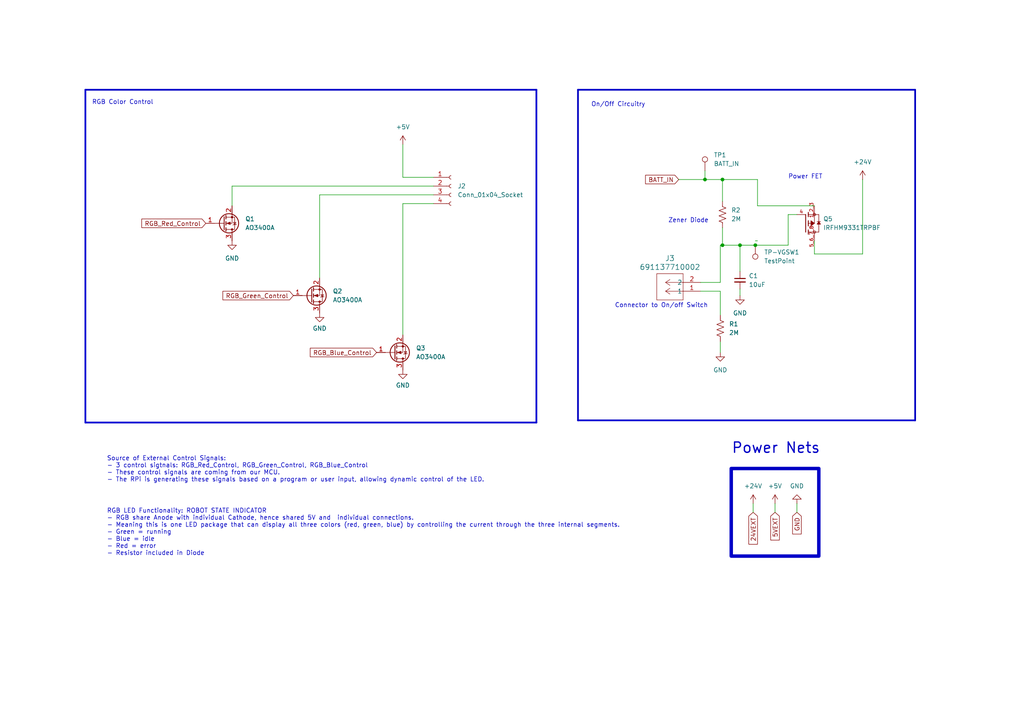
<source format=kicad_sch>
(kicad_sch (version 20231120) (generator "eeschema") (generator_version "8.0")
  (paper "A4")
  (lib_symbols
    (symbol "691137710002-2CONN:691137710002" (pin_names (offset 0.254))
      (property "Reference" "J" (at 8.89 6.35 0))
      (property "Value" "691137710002" (at 0 0 0))
      (symbol "691137710002_1_1"
        (polyline (pts (xy 5.08 -5.08) (xy 12.7 -5.08)) (stroke (width 0.127)))
        (polyline (pts (xy 5.08 2.54) (xy 5.08 -5.08)) (stroke (width 0.127)))
        (polyline (pts (xy 10.16 -2.54) (xy 5.08 -2.54)) (stroke (width 0.127)))
        (polyline (pts (xy 10.16 -2.54) (xy 8.89 -3.3867)) (stroke (width 0.127)))
        (polyline (pts (xy 10.16 -2.54) (xy 8.89 -1.6933)) (stroke (width 0.127)))
        (polyline (pts (xy 10.16 0) (xy 5.08 0)) (stroke (width 0.127)))
        (polyline (pts (xy 10.16 0) (xy 8.89 -0.8467)) (stroke (width 0.127)))
        (polyline (pts (xy 10.16 0) (xy 8.89 0.8467)) (stroke (width 0.127)))
        (polyline (pts (xy 12.7 -5.08) (xy 12.7 2.54)) (stroke (width 0.127)))
        (polyline (pts (xy 12.7 2.54) (xy 5.08 2.54)) (stroke (width 0.127)))
        (pin unspecified line (at 0 0 0) (length 5.08) (name "1") (number "1"))
        (pin unspecified line (at 0 -2.54 0) (length 5.08) (name "2") (number "2"))
      )
    )
    (symbol "Connector:Conn_01x04_Socket" (pin_names (offset 1.016) hide)
      (property "Reference" "J" (at 0 5.08 0))
      (property "Value" "Conn_01x04_Socket" (at 0 -7.62 0))
      (symbol "Conn_01x04_Socket_1_1"
        (arc (start 0 -4.572) (mid -0.5058 -5.08) (end 0 -5.588) (stroke (width 0.1524)))
        (arc (start 0 -2.032) (mid -0.5058 -2.54) (end 0 -3.048) (stroke (width 0.1524)))
        (polyline (pts (xy -1.27 -5.08) (xy -0.508 -5.08)) (stroke (width 0.1524)))
        (polyline (pts (xy -1.27 -2.54) (xy -0.508 -2.54)) (stroke (width 0.1524)))
        (polyline (pts (xy -1.27 0) (xy -0.508 0)) (stroke (width 0.1524)))
        (polyline (pts (xy -1.27 2.54) (xy -0.508 2.54)) (stroke (width 0.1524)))
        (arc (start 0 0.508) (mid -0.5058 0) (end 0 -0.508) (stroke (width 0.1524)))
        (arc (start 0 3.048) (mid -0.5058 2.54) (end 0 2.032) (stroke (width 0.1524)))
        (pin passive line (at -5.08 2.54 0) (length 3.81) (name "Pin_1") (number "1"))
        (pin passive line (at -5.08 0 0) (length 3.81) (name "Pin_2") (number "2"))
        (pin passive line (at -5.08 -2.54 0) (length 3.81) (name "Pin_3") (number "3"))
        (pin passive line (at -5.08 -5.08 0) (length 3.81) (name "Pin_4") (number "4"))
      )
    )
    (symbol "Connector:TestPoint" (pin_numbers hide) (pin_names (offset 0.762) hide)
      (property "Reference" "TP" (at 0 6.858 0))
      (property "Value" "TestPoint" (at 0 5.08 0))
      (symbol "TestPoint_0_1"
        (circle (center 0 3.302) (radius 0.762))
      )
      (symbol "TestPoint_1_1"
        (pin passive line (at 0 0 90) (length 2.54) (name "1") (number "1"))
      )
    )
    (symbol "Device:C_Small" (pin_numbers hide) (pin_names (offset 0.254) hide)
      (property "Reference" "C" (at 0.254 1.778 0))
      (property "Value" "C_Small" (at 0.254 -2.032 0))
      (symbol "C_Small_0_1"
        (polyline (pts (xy -1.524 -0.508) (xy 1.524 -0.508)) (stroke (width 0.3302)))
        (polyline (pts (xy -1.524 0.508) (xy 1.524 0.508)) (stroke (width 0.3048)))
      )
      (symbol "C_Small_1_1"
        (pin passive line (at 0 2.54 270) (length 2.032) (name "~") (number "1"))
        (pin passive line (at 0 -2.54 90) (length 2.032) (name "~") (number "2"))
      )
    )
    (symbol "Device:R_US" (pin_numbers hide) (pin_names (offset 0))
      (property "Reference" "R" (at 2.54 0 90))
      (property "Value" "R_US" (at -2.54 0 90))
      (symbol "R_US_0_1"
        (polyline (pts (xy 0 -2.286) (xy 0 -2.54)))
        (polyline (pts (xy 0 2.286) (xy 0 2.54)))
        (polyline (pts (xy 0 -0.762) (xy 1.016 -1.143) (xy 0 -1.524) (xy -1.016 -1.905) (xy 0 -2.286)))
        (polyline (pts (xy 0 0.762) (xy 1.016 0.381) (xy 0 0) (xy -1.016 -0.381) (xy 0 -0.762)))
        (polyline (pts (xy 0 2.286) (xy 1.016 1.905) (xy 0 1.524) (xy -1.016 1.143) (xy 0 0.762)))
      )
      (symbol "R_US_1_1"
        (pin passive line (at 0 3.81 270) (length 1.27) (name "~") (number "1"))
        (pin passive line (at 0 -3.81 90) (length 1.27) (name "~") (number "2"))
      )
    )
    (symbol "PowerFET:IRFHM9331TRPBF" (pin_names (offset 1.016))
      (property "Reference" "Q" (at -8.89 3.81 0))
      (property "Value" "IRFHM9331TRPBF" (at -8.89 -6.35 0))
      (symbol "IRFHM9331TRPBF_0_0"
        (polyline (pts (xy 0 -2.54) (xy 0 2.54)) (stroke (width 0.254)))
        (polyline (pts (xy 0.762 -3.175) (xy 0.762 -2.54)) (stroke (width 0.254)))
        (polyline (pts (xy 0.762 -2.54) (xy 0.762 -1.905)) (stroke (width 0.254)))
        (polyline (pts (xy 0.762 -2.54) (xy 3.81 -2.54)) (stroke (width 0.1524)))
        (polyline (pts (xy 0.762 -0.762) (xy 0.762 0)) (stroke (width 0.254)))
        (polyline (pts (xy 0.762 0) (xy 0.762 0.762)) (stroke (width 0.254)))
        (polyline (pts (xy 0.762 0) (xy 2.54 0)) (stroke (width 0.1524)))
        (polyline (pts (xy 0.762 1.905) (xy 0.762 2.54)) (stroke (width 0.254)))
        (polyline (pts (xy 0.762 2.54) (xy 0.762 3.175)) (stroke (width 0.254)))
        (polyline (pts (xy 2.54 0) (xy 2.54 2.54)) (stroke (width 0.1524)))
        (polyline (pts (xy 2.54 2.54) (xy 0.762 2.54)) (stroke (width 0.1524)))
        (polyline (pts (xy 2.54 2.54) (xy 3.81 2.54)) (stroke (width 0.1524)))
        (polyline (pts (xy 3.302 0.508) (xy 3.81 0.508)) (stroke (width 0.1524)))
        (polyline (pts (xy 3.81 -2.54) (xy 3.81 0.508)) (stroke (width 0.1524)))
        (polyline (pts (xy 3.81 0.508) (xy 3.81 2.54)) (stroke (width 0.1524)))
        (polyline (pts (xy 3.81 0.508) (xy 4.318 0.508)) (stroke (width 0.1524)))
        (polyline (pts (xy 2.54 0) (xy 1.524 0.762) (xy 1.524 -0.762) (xy 2.54 0)) (stroke (width 0.1524)) (fill (type outline)))
        (polyline (pts (xy 3.81 0.508) (xy 4.318 -0.254) (xy 3.302 -0.254) (xy 3.81 0.508)) (stroke (width 0.1524)) (fill (type outline)))
        (circle (center 2.54 -2.54) (radius 0.3592))
        (circle (center 2.54 2.54) (radius 0.3592))
        (pin passive line (at 2.54 5.08 270) (length 2.54) (name "~") (number "1_2_3"))
        (pin passive line (at -2.54 2.54 0) (length 2.54) (name "~") (number "4"))
        (pin passive line (at 2.54 -5.08 90) (length 2.54) (name "~") (number "5_6_7_8"))
      )
    )
    (symbol "Transistor_FET:AO3400A" (pin_names hide)
      (property "Reference" "Q" (at 5.08 1.905 0))
      (property "Value" "AO3400A" (at 5.08 0 0))
      (symbol "AO3400A_0_1"
        (polyline (pts (xy 0.254 0) (xy -2.54 0)))
        (polyline (pts (xy 0.254 1.905) (xy 0.254 -1.905)) (stroke (width 0.254)))
        (polyline (pts (xy 0.762 -1.27) (xy 0.762 -2.286)) (stroke (width 0.254)))
        (polyline (pts (xy 0.762 0.508) (xy 0.762 -0.508)) (stroke (width 0.254)))
        (polyline (pts (xy 0.762 2.286) (xy 0.762 1.27)) (stroke (width 0.254)))
        (polyline (pts (xy 2.54 2.54) (xy 2.54 1.778)))
        (polyline (pts (xy 2.54 -2.54) (xy 2.54 0) (xy 0.762 0)))
        (polyline (pts (xy 0.762 -1.778) (xy 3.302 -1.778) (xy 3.302 1.778) (xy 0.762 1.778)))
        (polyline (pts (xy 1.016 0) (xy 2.032 0.381) (xy 2.032 -0.381) (xy 1.016 0)) (fill (type outline)))
        (polyline (pts (xy 2.794 0.508) (xy 2.921 0.381) (xy 3.683 0.381) (xy 3.81 0.254)))
        (polyline (pts (xy 3.302 0.381) (xy 2.921 -0.254) (xy 3.683 -0.254) (xy 3.302 0.381)))
        (circle (center 1.651 0) (radius 2.794) (stroke (width 0.254)))
        (circle (center 2.54 -1.778) (radius 0.254) (fill (type outline)))
        (circle (center 2.54 1.778) (radius 0.254) (fill (type outline)))
      )
      (symbol "AO3400A_1_1"
        (pin input line (at -5.08 0 0) (length 2.54) (name "G") (number "1"))
        (pin passive line (at 2.54 -5.08 90) (length 2.54) (name "S") (number "2"))
        (pin passive line (at 2.54 5.08 270) (length 2.54) (name "D") (number "3"))
      )
    )
    (symbol "power:+24V" (power) (pin_numbers hide) (pin_names (offset 0) hide)
      (property "Value" "+24V" (at 0 3.556 0))
      (symbol "+24V_0_1"
        (polyline (pts (xy -0.762 1.27) (xy 0 2.54)))
        (polyline (pts (xy 0 0) (xy 0 2.54)))
        (polyline (pts (xy 0 2.54) (xy 0.762 1.27)))
      )
      (symbol "+24V_1_1"
        (pin power_in line (at 0 0 90) (length 0) (name "~") (number "1"))
      )
    )
    (symbol "power:+5V" (power) (pin_names (offset 0))
      (property "Value" "+5V" (at 0 3.556 0))
      (symbol "+5V_0_1"
        (polyline (pts (xy -0.762 1.27) (xy 0 2.54)))
        (polyline (pts (xy 0 0) (xy 0 2.54)))
        (polyline (pts (xy 0 2.54) (xy 0.762 1.27)))
      )
      (symbol "+5V_1_1"
        (pin power_in line (at 0 0 90) (length 0) hide (name "+5V") (number "1"))
      )
    )
    (symbol "power:GND" (power) (pin_names (offset 0))
      (property "Value" "GND" (at 0 -3.81 0))
      (symbol "GND_0_1"
        (polyline (pts (xy 0 0) (xy 0 -1.27) (xy 1.27 -1.27) (xy 0 -2.54) (xy -1.27 -1.27) (xy 0 -1.27)))
      )
      (symbol "GND_1_1"
        (pin power_in line (at 0 0 270) (length 0) hide (name "GND") (number "1"))
      )
    )
  )
  (junction (at 219.075 71.12))
  (junction (at 214.63 71.12))
  (junction (at 209.55 52.07))
  (junction (at 204.47 52.07))
  (junction (at 209.55 71.12))
  (wire (pts (xy 219.71 59.69) (xy 219.71 52.07)))
  (wire (pts (xy 208.915 102.235) (xy 208.915 99.06)))
  (wire (pts (xy 209.55 52.07) (xy 219.71 52.07)))
  (wire (pts (xy 209.55 66.04) (xy 209.55 71.12)))
  (polyline (pts (xy 167.64 26.035) (xy 265.43 26.035)) (stroke (width 0.5)))
  (wire (pts (xy 203.2 81.915) (xy 208.915 81.915)))
  (wire (pts (xy 116.84 41.91) (xy 116.84 51.435)))
  (wire (pts (xy 208.915 71.12) (xy 209.55 71.12)))
  (polyline (pts (xy 24.765 26.035) (xy 24.765 122.555)) (stroke (width 0.5)))
  (wire (pts (xy 196.85 52.07) (xy 204.47 52.07)))
  (wire (pts (xy 219.075 71.12) (xy 228.6 71.12)))
  (wire (pts (xy 214.63 71.12) (xy 219.075 71.12)))
  (wire (pts (xy 208.915 71.12) (xy 208.915 81.915)))
  (polyline (pts (xy 24.765 26.035) (xy 155.575 26.035)) (stroke (width 0.5)))
  (wire (pts (xy 92.71 80.645) (xy 92.71 56.515)))
  (wire (pts (xy 116.84 59.055) (xy 125.73 59.055)))
  (wire (pts (xy 209.55 71.12) (xy 214.63 71.12)))
  (polyline (pts (xy 155.575 122.555) (xy 155.575 26.035)) (stroke (width 0.5)))
  (wire (pts (xy 218.44 146.05) (xy 218.44 148.59)))
  (wire (pts (xy 208.915 84.455) (xy 208.915 91.44)))
  (polyline (pts (xy 265.43 121.92) (xy 265.43 26.035)) (stroke (width 0.5)))
  (wire (pts (xy 214.63 83.82) (xy 214.63 85.725)))
  (wire (pts (xy 209.55 52.07) (xy 209.55 58.42)))
  (wire (pts (xy 208.915 84.455) (xy 203.2 84.455)))
  (wire (pts (xy 250.19 52.07) (xy 250.19 73.66)))
  (wire (pts (xy 231.14 146.05) (xy 231.14 148.59)))
  (wire (pts (xy 92.71 56.515) (xy 125.73 56.515)))
  (wire (pts (xy 67.31 59.69) (xy 67.31 53.975)))
  (wire (pts (xy 116.84 97.155) (xy 116.84 59.055)))
  (wire (pts (xy 228.6 71.12) (xy 228.6 62.23)))
  (wire (pts (xy 204.47 49.53) (xy 204.47 52.07)))
  (wire (pts (xy 228.6 62.23) (xy 231.14 62.23)))
  (polyline (pts (xy 167.64 121.92) (xy 265.43 121.92)) (stroke (width 0.5)))
  (wire (pts (xy 125.73 51.435) (xy 116.84 51.435)))
  (wire (pts (xy 204.47 52.07) (xy 209.55 52.07)))
  (polyline (pts (xy 24.765 122.555) (xy 155.575 122.555)) (stroke (width 0.5)))
  (wire (pts (xy 236.22 73.66) (xy 250.19 73.66)))
  (wire (pts (xy 219.71 69.85) (xy 219.075 69.85)))
  (wire (pts (xy 214.63 71.12) (xy 214.63 78.74)))
  (wire (pts (xy 224.79 146.05) (xy 224.79 148.59)))
  (wire (pts (xy 67.31 53.975) (xy 125.73 53.975)))
  (polyline (pts (xy 167.64 26.035) (xy 167.64 121.92)) (stroke (width 0.5)))
  (wire (pts (xy 219.71 59.69) (xy 236.22 59.69)))
  (wire (pts (xy 236.22 69.85) (xy 236.22 73.66)))
  (rectangle (start 212.09 135.89) (end 237.49 161.29) (stroke (width 1)))
  (text "Zener Diode" (at 193.802 64.77 0) (effects (font (size 1.27 1.27)) (justify left bottom)))
  (text "RGB LED Functionality: ROBOT STATE INDICATOR\n- RGB share Anode with individual Cathode, hence shared 5V and  individual connections.\n- Meaning this is one LED package that can display all three colors (red, green, blue) by controlling the current through the three internal segments.\n- Green = running\n- Blue = idle\n- Red = error\n- Resistor included in Diode" (at 30.988 161.29 0) (effects (font (size 1.27 1.27)) (justify left bottom)))
  (text "Source of External Control Signals:\n- 3 control sigtnals: RGB_Red_Control, RGB_Green_Control, RGB_Blue_Control\n- These control signals are coming from our MCU.\n- The RPi is generating these signals based on a program or user input, allowing dynamic control of the LED." (at 30.988 139.954 0) (effects (font (size 1.27 1.27)) (justify left bottom)))
  (text "Power FET" (at 228.6 52.07 0) (effects (font (size 1.27 1.27)) (justify left bottom)))
  (text "Connector to On/off Switch" (at 178.308 89.408 0) (effects (font (size 1.27 1.27)) (justify left bottom)))
  (text "On/Off Circuitry\n" (at 171.45 31.115 0) (effects (font (size 1.27 1.27)) (justify left bottom)))
  (text "RGB Color Control\n" (at 26.67 30.48 0) (effects (font (size 1.27 1.27)) (justify left bottom)))
  (text "Power Nets" (at 212.09 131.826 0) (effects (font (size 3 3) (thickness 0.375)) (justify left bottom)))
  (global_label "BATT_IN" (shape input) (at 196.85 52.07 180) (property "Intersheetrefs" "${INTERSHEET_REFS}" (effects (hide yes))))
  (global_label "5VEXT" (shape input) (at 224.79 148.59 270) (property "Intersheetrefs" "${INTERSHEET_REFS}" (effects (hide yes))))
  (global_label "RGB_Blue_Control" (shape input) (at 109.22 102.235 180) (property "Intersheetrefs" "${INTERSHEET_REFS}" (effects (hide yes))))
  (global_label "24VEXT" (shape input) (at 218.44 148.59 270) (property "Intersheetrefs" "${INTERSHEET_REFS}" (effects (hide yes))))
  (global_label "GND" (shape input) (at 231.14 148.59 270) (property "Intersheetrefs" "${INTERSHEET_REFS}" (effects (hide yes))))
  (global_label "RGB_Green_Control" (shape input) (at 85.09 85.725 180) (property "Intersheetrefs" "${INTERSHEET_REFS}" (effects (hide yes))))
  (global_label "RGB_Red_Control" (shape input) (at 59.69 64.77 180) (property "Intersheetrefs" "${INTERSHEET_REFS}" (effects (hide yes))))
  (symbol (lib_id "power:GND") (at 67.31 69.85 0) (unit 1)
    (property "Reference" "#PWR01" (effects (hide yes)))
    (property "Value" "GND" (at 67.31 74.93 0))
  )
  (symbol (lib_id "power:GND") (at 116.84 107.315 0) (unit 1)
    (property "Reference" "#PWR04" (effects (hide yes)))
    (property "Value" "GND" (at 116.84 111.76 0))
  )
  (symbol (lib_id "power:+5V") (at 224.79 146.05 0) (unit 1)
    (property "Reference" "#PWR073" (effects (hide yes)))
    (property "Value" "+5V" (at 224.79 140.97 0))
    (property "Description" "Power symbol creates a global label with name \"+5V\"" (effects (hide yes)))
  )
  (symbol (lib_id "Transistor_FET:AO3400A") (at 64.77 64.77 0) (mirror x) (unit 1)
    (property "Reference" "Q1" (at 71.12 63.5 0) (effects (justify left)))
    (property "Value" "AO3400A" (at 71.12 66.04 0) (effects (justify left)))
    (property "Footprint" "Footprints:RGB-FETS" (effects (hide yes)))
    (property "Datasheet" "http://www.aosmd.com/pdfs/datasheet/AO3400A.pdf" (effects (hide yes)))
  )
  (symbol (lib_id "PowerFET:IRFHM9331TRPBF") (at 233.68 64.77 0) (unit 1)
    (property "Reference" "Q5" (at 238.76 63.4999 0) (effects (justify left)))
    (property "Value" "IRFHM9331TRPBF" (at 238.76 66.0399 0) (effects (justify left)))
    (property "Footprint" "Footprints:TRANS_IRFHM9331TRPBF" (effects (hide yes)))
    (property "MF" "Infineon Technologies" (effects (hide yes)))
    (property "SNAPEDA_PACKAGE_ID" "61476" (effects (hide yes)))
    (property "Package" "PowerTDFN-8 Infineon" (effects (hide yes)))
    (property "Price" "None" (effects (hide yes)))
    (property "Check_prices" "https://www.snapeda.com/parts/IRFHM9331TRPBF/Infineon/view-part/?ref=eda" (effects (hide yes)))
    (property "STANDARD" "Manufacturer Recommendations" (effects (hide yes)))
    (property "PARTREV" "December 16, 2013" (effects (hide yes)))
    (property "SnapEDA_Link" "https://www.snapeda.com/parts/IRFHM9331TRPBF/Infineon/view-part/?ref=snap" (effects (hide yes)))
    (property "MP" "IRFHM9331TRPBF" (effects (hide yes)))
    (property "Description_1" "\n                        \n                            IRFHM9331TRPBF P-channel MOSFET Transistor, 11 A, 30 V, 8-Pin PQFN | Infineon IRFHM9331TRPBF\n                        \n" (effects (hide yes)))
    (property "MANUFACTURER" "Infineon Technologies" (effects (hide yes)))
    (property "Availability" "In Stock" (effects (hide yes)))
    (property "MAXIMUM_PACKAGE_HEIGHT" "1mm" (effects (hide yes)))
  )
  (symbol (lib_id "Device:R_US") (at 208.915 95.25 0) (unit 1)
    (property "Reference" "R1" (at 211.455 93.98 0) (effects (justify left)))
    (property "Value" "2M" (at 211.455 96.52 0) (effects (justify left)))
    (property "Footprint" "Resistor_SMD:R_0805_2012Metric" (effects (hide yes)))
  )
  (symbol (lib_id "power:GND") (at 208.915 102.235 0) (unit 1)
    (property "Reference" "#PWR05" (effects (hide yes)))
    (property "Value" "GND" (at 208.915 107.315 0))
  )
  (symbol (lib_id "power:+5V") (at 116.84 41.91 0) (unit 1)
    (property "Reference" "#PWR03" (effects (hide yes)))
    (property "Value" "+5V" (at 116.84 36.83 0))
  )
  (symbol (lib_id "Transistor_FET:AO3400A") (at 114.3 102.235 0) (mirror x) (unit 1)
    (property "Reference" "Q3" (at 120.65 100.965 0) (effects (justify left)))
    (property "Value" "AO3400A" (at 120.65 103.505 0) (effects (justify left)))
    (property "Footprint" "Footprints:RGB-FETS" (effects (hide yes)))
    (property "Datasheet" "http://www.aosmd.com/pdfs/datasheet/AO3400A.pdf" (effects (hide yes)))
  )
  (symbol (lib_id "691137710002-2CONN:691137710002") (at 203.2 84.455 180) (unit 1)
    (property "Reference" "J3" (at 194.31 74.93 0) (effects (font (size 1.524 1.524))))
    (property "Value" "691137710002" (at 194.31 77.47 0) (effects (font (size 1.524 1.524))))
    (property "Footprint" "Footprints:691137710002-2CONN" (effects (hide yes)))
    (property "Datasheet" "691137710002" (effects (hide yes)))
  )
  (symbol (lib_id "Transistor_FET:AO3400A") (at 90.17 85.725 0) (mirror x) (unit 1)
    (property "Reference" "Q2" (at 96.52 84.455 0) (effects (justify left)))
    (property "Value" "AO3400A" (at 96.52 86.995 0) (effects (justify left)))
    (property "Footprint" "Footprints:RGB-FETS" (effects (hide yes)))
    (property "Datasheet" "http://www.aosmd.com/pdfs/datasheet/AO3400A.pdf" (effects (hide yes)))
  )
  (symbol (lib_id "power:+24V") (at 250.19 52.07 0) (unit 1)
    (property "Reference" "#PWR07" (effects (hide yes)))
    (property "Value" "+24V" (at 250.19 46.99 0))
    (property "Description" "Power symbol creates a global label with name \"+24V\"" (effects (hide yes)))
  )
  (symbol (lib_id "power:GND") (at 92.71 90.805 0) (unit 1)
    (property "Reference" "#PWR02" (effects (hide yes)))
    (property "Value" "GND" (at 92.71 95.25 0))
  )
  (symbol (lib_id "Device:C_Small") (at 214.63 81.28 0) (unit 1)
    (property "Reference" "C1" (at 217.17 80.0163 0) (effects (justify left)))
    (property "Value" "10uF" (at 217.17 82.5563 0) (effects (justify left)))
    (property "Footprint" "Capacitor_SMD:C_0805_2012Metric" (effects (hide yes)))
  )
  (symbol (lib_id "Device:R_US") (at 209.55 62.23 0) (unit 1)
    (property "Reference" "R2" (at 212.09 60.96 0) (effects (justify left)))
    (property "Value" "2M" (at 212.09 63.5 0) (effects (justify left)))
    (property "Footprint" "Resistor_SMD:R_0805_2012Metric" (effects (hide yes)))
  )
  (symbol (lib_id "Connector:TestPoint") (at 204.47 49.53 0) (unit 1)
    (property "Reference" "TP1" (at 207.01 44.958 0) (effects (justify left)))
    (property "Value" "BATT_IN" (at 207.01 47.498 0) (effects (justify left)))
    (property "Footprint" "TestPoint:TestPoint_Pad_D2.0mm" (effects (hide yes)))
  )
  (symbol (lib_id "Connector:Conn_01x04_Socket") (at 130.81 53.975 0) (unit 1)
    (property "Reference" "J2" (at 132.715 53.975 0) (effects (justify left)))
    (property "Value" "Conn_01x04_Socket" (at 132.715 56.515 0) (effects (justify left)))
    (property "Footprint" "Footprints:EncoderConn" (effects (hide yes)))
  )
  (symbol (lib_id "Connector:TestPoint") (at 219.075 71.12 180) (unit 1)
    (property "Reference" "TP-VGSW1" (at 221.615 73.152 0) (effects (justify right)))
    (property "Value" "TestPoint" (at 221.615 75.692 0) (effects (justify right)))
    (property "Footprint" "TestPoint:TestPoint_Pad_D2.0mm" (effects (hide yes)))
  )
  (symbol (lib_id "power:+5V") (at 218.44 146.05 0) (unit 1)
    (property "Reference" "#PWR053" (effects (hide yes)))
    (property "Value" "+24V" (at 218.44 140.97 0))
    (property "Description" "Power symbol creates a global label with name \"+5V\"" (effects (hide yes)))
  )
  (symbol (lib_id "power:GND") (at 214.63 85.725 0) (unit 1)
    (property "Reference" "#PWR06" (effects (hide yes)))
    (property "Value" "GND" (at 214.63 90.805 0))
  )
  (symbol (lib_id "power:GND") (at 231.14 146.05 180) (unit 1)
    (property "Reference" "#PWR061" (effects (hide yes)))
    (property "Value" "GND" (at 231.14 140.97 0))
    (property "Description" "Power symbol creates a global label with name \"GND\" , ground" (effects (hide yes)))
  )
)
</source>
